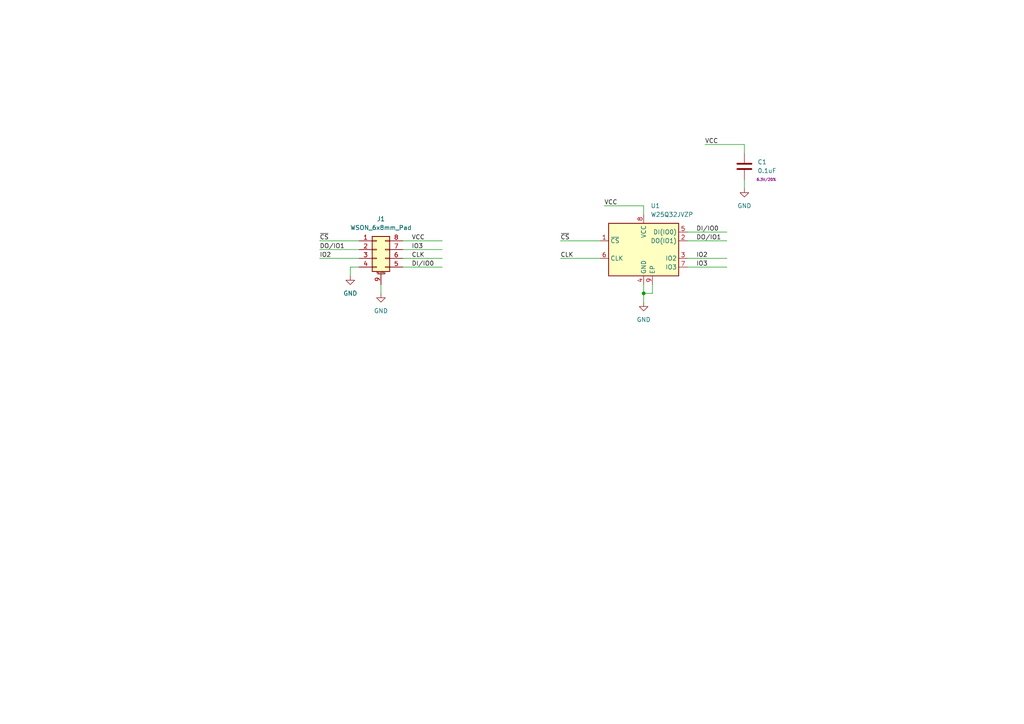
<source format=kicad_sch>
(kicad_sch (version 20211123) (generator eeschema)
  (paper "A4")
  (lib_symbols
    (symbol "Device:C" (pin_numbers hide) (pin_names (offset 0.254))
      (property "Reference" "C" (at 0.635 2.54 0))
      (property "Value" "C" (at 0.635 -2.54 0))
      (symbol "C_0_1"
        (polyline (pts (xy -2.032 -0.762) (xy 2.032 -0.762)) (stroke (width 0.508)))
        (polyline (pts (xy -2.032 0.762) (xy 2.032 0.762)) (stroke (width 0.508)))
      )
      (symbol "C_1_1"
        (pin passive line (at 0 3.81 270) (length 2.794) (name "~") (number "1"))
        (pin passive line (at 0 -3.81 90) (length 2.794) (name "~") (number "2"))
      )
    )
    (symbol "Memory_Flash:W25Q32JVZP"
      (property "Reference" "U" (at -8.89 8.89 0))
      (property "Value" "W25Q32JVZP" (at 7.62 8.89 0))
      (symbol "W25Q32JVZP_0_1"
        (rectangle (start -10.16 7.62) (end 10.16 -7.62) (stroke (width 0.254)) (fill (type background)))
      )
      (symbol "W25Q32JVZP_1_1"
        (pin input line (at -12.7 2.54 0) (length 2.54) (name "~{CS}") (number "1"))
        (pin bidirectional line (at 12.7 2.54 180) (length 2.54) (name "DO(IO1)") (number "2"))
        (pin bidirectional line (at 12.7 -2.54 180) (length 2.54) (name "IO2") (number "3"))
        (pin power_in line (at 0 -10.16 90) (length 2.54) (name "GND") (number "4"))
        (pin bidirectional line (at 12.7 5.08 180) (length 2.54) (name "DI(IO0)") (number "5"))
        (pin input line (at -12.7 -2.54 0) (length 2.54) (name "CLK") (number "6"))
        (pin bidirectional line (at 12.7 -5.08 180) (length 2.54) (name "IO3") (number "7"))
        (pin power_in line (at 0 10.16 270) (length 2.54) (name "VCC") (number "8"))
        (pin passive line (at 2.54 -10.16 90) (length 2.54) (name "EP") (number "9"))
      )
    )
    (symbol "power:GND" (power) (pin_names (offset 0))
      (property "Value" "GND" (at 0 -3.81 0))
      (symbol "GND_0_1"
        (polyline (pts (xy 0 0) (xy 0 -1.27) (xy 1.27 -1.27) (xy 0 -2.54) (xy -1.27 -1.27) (xy 0 -1.27)))
      )
      (symbol "GND_1_1"
        (pin power_in line (at 0 0 270) (length 0) hide (name "GND") (number "1"))
      )
    )
    (symbol "wson-adapter:WSON_6x8mm_Pad" (pin_names (offset 1.016) hide)
      (property "Reference" "J1" (at 1.27 8.89 0))
      (property "Value" "WSON_6x8mm_Pad" (at 1.27 6.35 0))
      (symbol "WSON_6x8mm_Pad_1_1"
        (rectangle (start -1.27 -4.953) (end 0 -5.207) (stroke (width 0.1524)))
        (rectangle (start -1.27 -2.413) (end 0 -2.667) (stroke (width 0.1524)))
        (rectangle (start -1.27 0.127) (end 0 -0.127) (stroke (width 0.1524)))
        (rectangle (start -1.27 2.667) (end 0 2.413) (stroke (width 0.1524)))
        (rectangle (start -1.27 3.81) (end 3.81 -6.35) (stroke (width 0.254)) (fill (type background)))
        (polyline (pts (xy 0.254 -7.112) (xy 2.286 -7.112)) (stroke (width 0.1524)))
        (rectangle (start 3.81 -4.953) (end 2.54 -5.207) (stroke (width 0.1524)))
        (rectangle (start 3.81 -2.413) (end 2.54 -2.667) (stroke (width 0.1524)))
        (rectangle (start 3.81 0.127) (end 2.54 -0.127) (stroke (width 0.1524)))
        (rectangle (start 3.81 2.667) (end 2.54 2.413) (stroke (width 0.1524)))
        (text "Mounting" (at 1.27 -6.731 0) (effects (font (size 0.381 0.381))))
        (pin passive line (at -5.08 2.54 0) (length 3.81) (name "Pin_1") (number "1"))
        (pin passive line (at -5.08 0 0) (length 3.81) (name "Pin_2") (number "2"))
        (pin passive line (at -5.08 -2.54 0) (length 3.81) (name "Pin_3") (number "3"))
        (pin passive line (at -5.08 -5.08 0) (length 3.81) (name "Pin_4") (number "4"))
        (pin passive line (at 7.62 -5.08 180) (length 3.81) (name "Pin_5") (number "5"))
        (pin passive line (at 7.62 -2.54 180) (length 3.81) (name "Pin_6") (number "6"))
        (pin passive line (at 7.62 0 180) (length 3.81) (name "Pin_7") (number "7"))
        (pin passive line (at 7.62 2.54 180) (length 3.81) (name "Pin_8") (number "8"))
        (pin passive line (at 1.27 -10.16 90) (length 3.048) (name "EPAD") (number "9"))
      )
    )
  )
  (junction (at 186.69 85.09))
  (wire (pts (xy 116.84 69.85) (xy 128.27 69.85)))
  (wire (pts (xy 116.84 72.39) (xy 128.27 72.39)))
  (wire (pts (xy 189.23 82.55) (xy 189.23 85.09)))
  (wire (pts (xy 199.39 69.85) (xy 210.82 69.85)))
  (wire (pts (xy 162.56 69.85) (xy 173.99 69.85)))
  (wire (pts (xy 186.69 59.69) (xy 186.69 62.23)))
  (wire (pts (xy 199.39 77.47) (xy 210.82 77.47)))
  (wire (pts (xy 116.84 74.93) (xy 128.27 74.93)))
  (wire (pts (xy 215.9 52.07) (xy 215.9 54.61)))
  (wire (pts (xy 186.69 85.09) (xy 186.69 87.63)))
  (wire (pts (xy 215.9 41.91) (xy 215.9 44.45)))
  (wire (pts (xy 92.71 69.85) (xy 104.14 69.85)))
  (wire (pts (xy 175.26 59.69) (xy 186.69 59.69)))
  (wire (pts (xy 204.47 41.91) (xy 215.9 41.91)))
  (wire (pts (xy 199.39 74.93) (xy 210.82 74.93)))
  (wire (pts (xy 92.71 74.93) (xy 104.14 74.93)))
  (wire (pts (xy 101.6 77.47) (xy 104.14 77.47)))
  (wire (pts (xy 92.71 72.39) (xy 104.14 72.39)))
  (wire (pts (xy 116.84 77.47) (xy 128.27 77.47)))
  (wire (pts (xy 162.56 74.93) (xy 173.99 74.93)))
  (wire (pts (xy 186.69 82.55) (xy 186.69 85.09)))
  (wire (pts (xy 199.39 67.31) (xy 210.82 67.31)))
  (wire (pts (xy 101.6 80.01) (xy 101.6 77.47)))
  (wire (pts (xy 110.49 85.09) (xy 110.49 82.55)))
  (wire (pts (xy 186.69 85.09) (xy 189.23 85.09)))
  (label "VCC" (at 119.38 69.85 0))
  (label "IO2" (at 201.93 74.93 0))
  (label "~{CS}" (at 92.71 69.85 0))
  (label "CLK" (at 119.38 74.93 0))
  (label "IO3" (at 201.93 77.47 0))
  (label "VCC" (at 175.26 59.69 0))
  (label "CLK" (at 162.56 74.93 0))
  (label "DO{slash}IO1" (at 92.71 72.39 0))
  (label "DO{slash}IO1" (at 201.93 69.85 0))
  (label "VCC" (at 204.47 41.91 0))
  (label "DI{slash}IO0" (at 119.38 77.47 0))
  (label "~{CS}" (at 162.56 69.85 0))
  (label "DI{slash}IO0" (at 201.93 67.31 0))
  (label "IO2" (at 92.71 74.93 0))
  (label "IO3" (at 119.38 72.39 0))
  (symbol (lib_id "power:GND") (at 215.9 54.61 0) (unit 1)
    (property "Reference" "#PWR04" (effects hide))
    (property "Value" "GND" (at 215.9 59.69 0))
  )
  (symbol (lib_id "Device:C") (at 215.9 48.26 0) (unit 1)
    (property "Reference" "C1" (at 219.71 46.9899 0) (effects (justify left)))
    (property "Value" "0.1uF" (at 219.71 49.5299 0) (effects (justify left)))
    (property "Footprint" "wson-adapter:C_0201_0603Metric" (effects hide))
    (property "Rating" "6.3V/20%" (at 222.25 52.07 0) (effects (font (size 0.762 0.762))))
  )
  (symbol (lib_id "power:GND") (at 101.6 80.01 0) (unit 1)
    (property "Reference" "#PWR01" (effects hide))
    (property "Value" "GND" (at 101.6 85.09 0))
  )
  (symbol (lib_id "wson-adapter:WSON_6x8mm_Pad") (at 109.22 72.39 0) (unit 1)
    (property "Reference" "J1" (at 110.49 63.5 0))
    (property "Value" "WSON_6x8mm_Pad" (at 110.49 66.04 0))
    (property "Footprint" "wson-adapter:WSON8_6x8mm_Pad" (effects hide))
  )
  (symbol (lib_id "Memory_Flash:W25Q32JVZP") (at 186.69 72.39 0) (unit 1)
    (property "Reference" "U1" (at 188.7094 59.69 0) (effects (justify left)))
    (property "Value" "W25Q32JVZP" (at 188.7094 62.23 0) (effects (justify left)))
    (property "Footprint" "Package_SON:WSON-8-1EP_6x5mm_P1.27mm_EP3.4x4.3mm" (effects hide))
    (property "Datasheet" "http://www.winbond.com/resource-files/w25q32jv%20revg%2003272018%20plus.pdf" (effects hide))
  )
  (symbol (lib_id "power:GND") (at 110.49 85.09 0) (unit 1)
    (property "Reference" "#PWR02" (effects hide))
    (property "Value" "GND" (at 110.49 90.17 0))
  )
  (symbol (lib_id "power:GND") (at 186.69 87.63 0) (unit 1)
    (property "Reference" "#PWR03" (effects hide))
    (property "Value" "GND" (at 186.69 92.71 0))
  )
)
</source>
